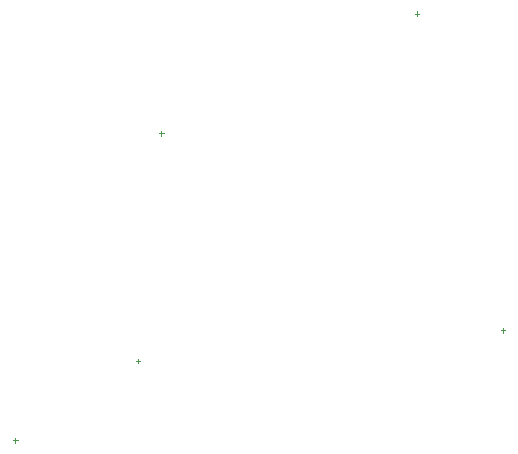
<source format=gm1>
G04 Layer_Color=16711935*
%FSLAX43Y43*%
%MOMM*%
G71*
G01*
G75*
%ADD57C,0.100*%
D57*
X14700Y9300D02*
X15100D01*
X14900Y9100D02*
Y9500D01*
X56000Y18600D02*
X56400D01*
X56200Y18400D02*
Y18800D01*
X48900Y45200D02*
Y45600D01*
X48700Y45400D02*
X49100D01*
X27250Y35100D02*
Y35500D01*
X27050Y35300D02*
X27450D01*
X25300Y15800D02*
Y16200D01*
X25100Y16000D02*
X25500D01*
M02*

</source>
